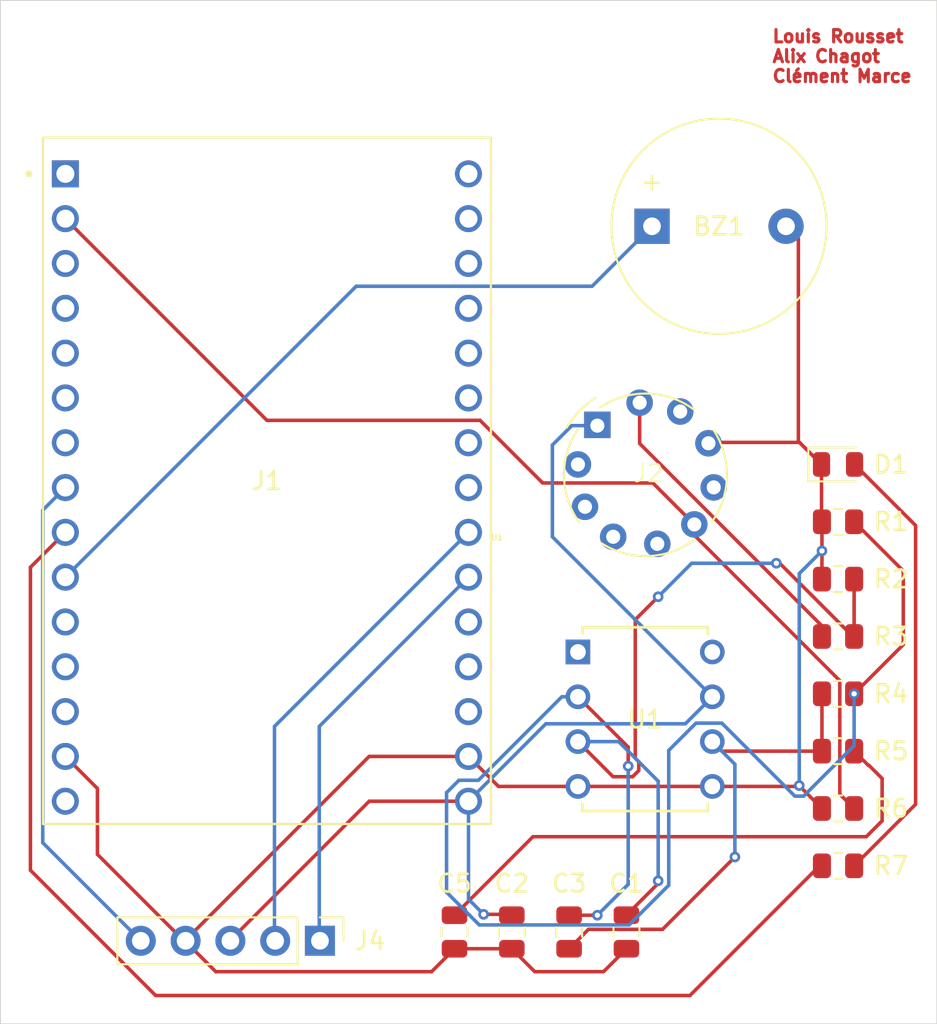
<source format=kicad_pcb>
(kicad_pcb (version 20240108) (generator "pcbnew") (generator_version "8.0")
  (layers (0 "F.Cu" signal) (31 "B.Cu" signal) (34 "B.Paste" user) (35 "F.Paste" user) (36 "B.SilkS" user "B.Silkscreen") (37 "F.SilkS" user "F.Silkscreen") (38 "B.Mask" user) (39 "F.Mask" user) (44 "Edge.Cuts" user))
  (net 0 "")
  (net 1 "GND")
  (net 2 "Net-(BZ1-+)")
  (net 3 "Net-(U1-IN+)")
  (net 4 "Net-(J1-Pin_30)")
  (net 5 "Net-(U1-IN-)")
  (net 6 "Net-(U1-OUT)")
  (net 7 "Net-(C5-Pad2)")
  (net 8 "Net-(D1-A)")
  (net 18 "Net-(J1-Pin_2)")
  (net 22 "Net-(J1-Pin_25)")
  (net 30 "Net-(J1-Pin_9)")
  (net 33 "Net-(J1-Pin_24)")
  (net 39 "Net-(J2-Pin_2)")
  (net 43 "Net-(J1-Pin_8)")
  (footprint "Capacitor_SMD:C_0805_2012Metric" (layer "F.Cu") (at 76.25 93 90)
    (property "Reference" "C5" (at 2.75 0 0) (layer "F.SilkS"))
    (property "Value" "100n" (hide yes))
    (fp_line (start -0.261252 -0.735) (end 0.261252 -0.735) (stroke (width 0.12)) (layer "F.SilkS"))
    (fp_line (start -0.261252 0.735) (end 0.261252 0.735) (stroke (width 0.12)) (layer "F.SilkS"))
    (pad "1" smd roundrect (at -0.95 0 90) (size 1 1.45) (layers "F.Cu" "F.Paste" "F.Mask") (net 1 "GND"))
    (pad "2" smd roundrect (at 0.95 0 90) (size 1 1.45) (layers "F.Cu" "F.Paste" "F.Mask") (net 7 "Net-(C5-Pad2)"))
  )
  (footprint "Resistor_SMD:R_0805_2012Metric" (layer "F.Cu") (at 98 73 180)
    (property "Reference" "R2" (at -3 0 0) (layer "F.SilkS"))
    (property "Value" "100k" (hide yes))
    (fp_line (start -0.227064 0.735) (end 0.227064 0.735) (stroke (width 0.12)) (layer "F.SilkS"))
    (fp_line (start -0.227064 -0.735) (end 0.227064 -0.735) (stroke (width 0.12)) (layer "F.SilkS"))
    (pad "1" smd roundrect (at -0.9125 0 180) (size 1.025 1.4) (layers "F.Cu" "F.Paste" "F.Mask") (roundrect_rratio 0.243902) (net 3 "Net-(U1-IN+)"))
    (pad "2" smd roundrect (at 0.9125 0 180) (size 1.025 1.4) (layers "F.Cu" "F.Paste" "F.Mask") (roundrect_rratio 0.243902) (net 1 "GND"))
  )
  (footprint "PCB:PDIP-8_N" (layer "F.Cu") (at 90.87 84.75)
    (property "Reference" "U1" (at -12.208 -14.108 0) (layer "F.SilkS") (effects (font (size 0.314961 0.314961))))
    (property "Value" "LTC1050ACN8_PBF" (hide yes))
    (fp_line (start -7.366 -9.017) (end -7.366 -8.6614) (stroke (width 0.1524)) (layer "F.SilkS"))
    (fp_line (start -7.366 0.9906) (end -7.366 1.397) (stroke (width 0.1524)) (layer "F.SilkS"))
    (fp_line (start -7.366 1.397) (end -0.254 1.397) (stroke (width 0.1524)) (layer "F.SilkS"))
    (fp_line (start -0.254 -9.017) (end -7.366 -9.017) (stroke (width 0.1524)) (layer "F.SilkS"))
    (fp_line (start -0.254 -8.6106) (end -0.254 -9.017) (stroke (width 0.1524)) (layer "F.SilkS"))
    (fp_line (start -0.254 1.397) (end -0.254 0.9906) (stroke (width 0.1524)) (layer "F.SilkS"))
    (pad "1" thru_hole rect (at -7.62 -7.62) (size 1.397 1.397) (drill 0.889) (layers "*.Cu" "*.Mask"))
    (pad "2" thru_hole circle (at -7.62 -5.08) (size 1.397 1.397) (drill 0.889) (layers "*.Cu" "*.Mask") (net 5 "Net-(U1-IN-)"))
    (pad "3" thru_hole circle (at -7.62 -2.54) (size 1.397 1.397) (drill 0.889) (layers "*.Cu" "*.Mask") (net 3 "Net-(U1-IN+)"))
    (pad "4" thru_hole circle (at -7.62 0) (size 1.397 1.397) (drill 0.889) (layers "*.Cu" "*.Mask") (net 1 "GND"))
    (pad "5" thru_hole circle (at 0 0) (size 1.397 1.397) (drill 0.889) (layers "*.Cu" "*.Mask") (net 1 "GND"))
    (pad "6" thru_hole circle (at 0 -2.54) (size 1.397 1.397) (drill 0.889) (layers "*.Cu" "*.Mask") (net 6 "Net-(U1-OUT)"))
    (pad "7" thru_hole circle (at 0 -5.08) (size 1.397 1.397) (drill 0.889) (layers "*.Cu" "*.Mask") (net 4 "Net-(J1-Pin_30)"))
    (pad "8" thru_hole circle (at 0 -7.62) (size 1.397 1.397) (drill 0.889) (layers "*.Cu" "*.Mask"))
  )
  (footprint "Resistor_SMD:R_0805_2012Metric" (layer "F.Cu") (at 98 89.25)
    (property "Reference" "R7" (at 3 0 0) (layer "F.SilkS"))
    (property "Value" "100" (hide yes))
    (fp_line (start -0.227064 -0.735) (end 0.227064 -0.735) (stroke (width 0.12)) (layer "F.SilkS"))
    (fp_line (start -0.227064 0.735) (end 0.227064 0.735) (stroke (width 0.12)) (layer "F.SilkS"))
    (pad "1" smd roundrect (at -0.9125 0) (size 1.025 1.4) (layers "F.Cu" "F.Paste" "F.Mask") (roundrect_rratio 0.243902) (net 30 "Net-(J1-Pin_9)"))
    (pad "2" smd roundrect (at 0.9125 0) (size 1.025 1.4) (layers "F.Cu" "F.Paste" "F.Mask") (roundrect_rratio 0.243902) (net 8 "Net-(D1-A)"))
  )
  (footprint "2:GazSensor" (layer "F.Cu") (at 87.25 67)
    (property "Reference" "J2" (at 0 0 0) (layer "F.SilkS") (effects (font (thickness 0.1))))
    (property "Value" "Pin Capteur")
    (fp_arc (start -4.625056 -2.597648) (mid -3.91663 -3.52111) (end -3.020569 -4.263891) (stroke (width 0.12)) (layer "F.SilkS"))
    (fp_arc (start -3.920569 2.786109) (mid -4.790924 0.155536) (end -4 -2.5) (stroke (width 0.12)) (layer "F.SilkS"))
    (fp_arc (start -2.770569 -3.713891) (mid -0.075463 -4.517254) (end 2.584162 -3.603262) (stroke (width 0.12)) (layer "F.SilkS"))
    (fp_arc (start 2.579431 3.786109) (mid -0.0134 4.693472) (end -2.662036 3.964909) (stroke (width 0.12)) (layer "F.SilkS"))
    (fp_arc (start 3.679431 -2.463891) (mid 4.446452 0.176207) (end 3.577015 2.78437) (stroke (width 0.12)) (layer "F.SilkS"))
    (pad "1" thru_hole rect (at -2.9 -2.7) (size 1.5 1.5) (drill 0.8 (offset 0.000001 -0.043053)) (layers "*.Cu" "*.Mask") (net 4 "Net-(J1-Pin_30)"))
    (pad "2" thru_hole oval (at -0.5 -4) (size 1.5 1.5) (drill 0.8) (layers "*.Cu" "*.Mask") (net 39 "Net-(J2-Pin_2)"))
    (pad "3" thru_hole oval (at 1.8 -3.5) (size 1.5 1.5) (drill 0.8) (layers "*.Cu" "*.Mask"))
    (pad "4" thru_hole oval (at 3.4 -1.7) (size 1.5 1.5) (drill 0.8) (layers "*.Cu" "*.Mask") (net 1 "GND"))
    (pad "5" thru_hole oval (at 3.7 0.8) (size 1.5 1.5) (drill 0.8) (layers "*.Cu" "*.Mask"))
    (pad "6" thru_hole oval (at 2.6 2.9) (size 1.5 1.5) (drill 0.8) (layers "*.Cu" "*.Mask") (net 18 "Net-(J1-Pin_2)"))
    (pad "7" thru_hole oval (at 0.5 4) (size 1.5 1.5) (drill 0.8) (layers "*.Cu" "*.Mask"))
    (pad "8" thru_hole oval (at -2 3.6) (size 1.5 1.5) (drill 0.8) (layers "*.Cu" "*.Mask"))
    (pad "9" thru_hole oval (at -3.6 1.9) (size 1.5 1.5) (drill 0.8) (layers "*.Cu" "*.Mask"))
    (pad "10" thru_hole oval (at -4 -0.5) (size 1.5 1.5) (drill 0.8) (layers "*.Cu" "*.Mask"))
  )
  (footprint "Resistor_SMD:R_0805_2012Metric" (layer "F.Cu") (at 98 69.75 180)
    (property "Reference" "R1" (at -3 0 0) (layer "F.SilkS"))
    (property "Value" "1k" (hide yes))
    (fp_line (start -0.227064 0.735) (end 0.227064 0.735) (stroke (width 0.12)) (layer "F.SilkS"))
    (fp_line (start -0.227064 -0.735) (end 0.227064 -0.735) (stroke (width 0.12)) (layer "F.SilkS"))
    (pad "1" smd roundrect (at -0.9125 0 180) (size 1.025 1.4) (layers "F.Cu" "F.Paste" "F.Mask") (roundrect_rratio 0.243902) (net 5 "Net-(U1-IN-)"))
    (pad "2" smd roundrect (at 0.9125 0 180) (size 1.025 1.4) (layers "F.Cu" "F.Paste" "F.Mask") (roundrect_rratio 0.243902) (net 1 "GND"))
  )
  (footprint "Capacitor_SMD:C_0805_2012Metric" (layer "F.Cu") (at 79.5 93 90)
    (property "Reference" "C2" (at 2.75 0 0) (layer "F.SilkS"))
    (property "Value" "100n" (hide yes))
    (fp_line (start -0.261252 -0.735) (end 0.261252 -0.735) (stroke (width 0.12)) (layer "F.SilkS"))
    (fp_line (start -0.261252 0.735) (end 0.261252 0.735) (stroke (width 0.12)) (layer "F.SilkS"))
    (pad "1" smd roundrect (at -0.95 0 90) (size 1 1.45) (layers "F.Cu" "F.Paste" "F.Mask") (net 1 "GND"))
    (pad "2" smd roundrect (at 0.95 0 90) (size 1 1.45) (layers "F.Cu" "F.Paste" "F.Mask") (net 4 "Net-(J1-Pin_30)"))
  )
  (footprint "LED_SMD:LED_0805_2012Metric" (layer "F.Cu") (at 98 66.5)
    (property "Reference" "D1" (at 3 0 0) (layer "F.SilkS"))
    (property "Value" "LED" (hide yes))
    (fp_line (start -1.685 -0.96) (end -1.685 0.96) (stroke (width 0.12)) (layer "F.SilkS"))
    (fp_line (start -1.685 0.96) (end 1 0.96) (stroke (width 0.12)) (layer "F.SilkS"))
    (fp_line (start 1 -0.96) (end -1.685 -0.96) (stroke (width 0.12)) (layer "F.SilkS"))
    (pad "1" smd roundrect (at -0.9375 0) (size 0.975 1.4) (layers "F.Cu" "F.Paste" "F.Mask") (net 1 "GND"))
    (pad "2" smd roundrect (at 0.9375 0) (size 0.975 1.4) (layers "F.Cu" "F.Paste" "F.Mask") (net 8 "Net-(D1-A)"))
  )
  (footprint "PCB:XCVR_ESP32-C3-DEVKITM-1" (layer "F.Cu") (at 65.6125 67.4239)
    (property "Reference" "J1" (at 0 0 0) (layer "F.SilkS"))
    (property "Value" "Pin ESP")
    (fp_line (start -12.7 -19.455) (end 12.7 -19.455) (stroke (width 0.127)) (layer "F.SilkS"))
    (fp_line (start -12.7 19.455) (end -12.7 -19.455) (stroke (width 0.127)) (layer "F.SilkS"))
    (fp_line (start 12.7 -19.455) (end 12.7 19.455) (stroke (width 0.127)) (layer "F.SilkS"))
    (fp_line (start 12.7 19.455) (end -12.7 19.455) (stroke (width 0.127)) (layer "F.SilkS"))
    (fp_circle (center -13.5 -17.4) (end -13.4 -17.4) (stroke (width 0.2)) (fill none) (layer "F.SilkS"))
    (pad "1" thru_hole rect (at -11.43 -17.395) (size 1.53 1.53) (drill 1.02) (layers "*.Cu" "*.Mask"))
    (pad "2" thru_hole circle (at -11.43 -14.855) (size 1.53 1.53) (drill 1.02) (layers "*.Cu" "*.Mask") (net 18 "Net-(J1-Pin_2)"))
    (pad "3" thru_hole circle (at -11.43 -12.315) (size 1.53 1.53) (drill 1.02) (layers "*.Cu" "*.Mask"))
    (pad "4" thru_hole circle (at -11.43 -9.775) (size 1.53 1.53) (drill 1.02) (layers "*.Cu" "*.Mask"))
    (pad "5" thru_hole circle (at -11.43 -7.235) (size 1.53 1.53) (drill 1.02) (layers "*.Cu" "*.Mask"))
    (pad "6" thru_hole circle (at -11.43 -4.695) (size 1.53 1.53) (drill 1.02) (layers "*.Cu" "*.Mask"))
    (pad "7" thru_hole circle (at -11.43 -2.155) (size 1.53 1.53) (drill 1.02) (layers "*.Cu" "*.Mask"))
    (pad "8" thru_hole circle (at -11.43 0.385) (size 1.53 1.53) (drill 1.02) (layers "*.Cu" "*.Mask") (net 43 "Net-(J1-Pin_8)"))
    (pad "9" thru_hole circle (at -11.43 2.925) (size 1.53 1.53) (drill 1.02) (layers "*.Cu" "*.Mask") (net 30 "Net-(J1-Pin_9)"))
    (pad "10" thru_hole circle (at -11.43 5.465) (size 1.53 1.53) (drill 1.02) (layers "*.Cu" "*.Mask") (net 2 "Net-(BZ1-+)"))
    (pad "11" thru_hole circle (at -11.43 8.005) (size 1.53 1.53) (drill 1.02) (layers "*.Cu" "*.Mask"))
    (pad "12" thru_hole circle (at -11.43 10.545) (size 1.53 1.53) (drill 1.02) (layers "*.Cu" "*.Mask"))
    (pad "13" thru_hole circle (at -11.43 13.085) (size 1.53 1.53) (drill 1.02) (layers "*.Cu" "*.Mask"))
    (pad "14" thru_hole circle (at -11.43 15.625) (size 1.53 1.53) (drill 1.02) (layers "*.Cu" "*.Mask") (net 1 "GND"))
    (pad "15" thru_hole circle (at -11.43 18.165) (size 1.53 1.53) (drill 1.02) (layers "*.Cu" "*.Mask"))
    (pad "16" thru_hole circle (at 11.43 -17.395) (size 1.53 1.53) (drill 1.02) (layers "*.Cu" "*.Mask"))
    (pad "17" thru_hole circle (at 11.43 -14.855) (size 1.53 1.53) (drill 1.02) (layers "*.Cu" "*.Mask"))
    (pad "18" thru_hole circle (at 11.43 -12.315) (size 1.53 1.53) (drill 1.02) (layers "*.Cu" "*.Mask"))
    (pad "19" thru_hole circle (at 11.43 -9.775) (size 1.53 1.53) (drill 1.02) (layers "*.Cu" "*.Mask"))
    (pad "20" thru_hole circle (at 11.43 -7.235) (size 1.53 1.53) (drill 1.02) (layers "*.Cu" "*.Mask"))
    (pad "21" thru_hole circle (at 11.43 -4.695) (size 1.53 1.53) (drill 1.02) (layers "*.Cu" "*.Mask"))
    (pad "22" thru_hole circle (at 11.43 -2.155) (size 1.53 1.53) (drill 1.02) (layers "*.Cu" "*.Mask"))
    (pad "23" thru_hole circle (at 11.43 0.385) (size 1.53 1.53) (drill 1.02) (layers "*.Cu" "*.Mask"))
    (pad "24" thru_hole circle (at 11.43 2.925) (size 1.53 1.53) (drill 1.02) (layers "*.Cu" "*.Mask") (net 33 "Net-(J1-Pin_24)"))
    (pad "25" thru_hole circle (at 11.43 5.465) (size 1.53 1.53) (drill 1.02) (layers "*.Cu" "*.Mask") (net 22 "Net-(J1-Pin_25)"))
    (pad "26" thru_hole circle (at 11.43 8.005) (size 1.53 1.53) (drill 1.02) (layers "*.Cu" "*.Mask"))
    (pad "27" thru_hole circle (at 11.43 10.545) (size 1.53 1.53) (drill 1.02) (layers "*.Cu" "*.Mask"))
    (pad "28" thru_hole circle (at 11.43 13.085) (size 1.53 1.53) (drill 1.02) (layers "*.Cu" "*.Mask"))
    (pad "29" thru_hole circle (at 11.43 15.625) (size 1.53 1.53) (drill 1.02) (layers "*.Cu" "*.Mask") (net 1 "GND"))
    (pad "30" thru_hole circle (at 11.43 18.165) (size 1.53 1.53) (drill 1.02) (layers "*.Cu" "*.Mask") (net 4 "Net-(J1-Pin_30)"))
  )
  (footprint "Capacitor_SMD:C_0805_2012Metric" (layer "F.Cu") (at 86 93 90)
    (property "Reference" "C1" (at 2.75 0 0) (layer "F.SilkS"))
    (property "Value" "100n" (hide yes))
    (fp_line (start -0.261252 -0.735) (end 0.261252 -0.735) (stroke (width 0.12)) (layer "F.SilkS"))
    (fp_line (start -0.261252 0.735) (end 0.261252 0.735) (stroke (width 0.12)) (layer "F.SilkS"))
    (pad "1" smd roundrect (at -0.95 0 90) (size 1 1.45) (layers "F.Cu" "F.Paste" "F.Mask") (net 1 "GND"))
    (pad "2" smd roundrect (at 0.95 0 90) (size 1 1.45) (layers "F.Cu" "F.Paste" "F.Mask") (net 3 "Net-(U1-IN+)"))
  )
  (footprint "Capacitor_SMD:C_0805_2012Metric" (layer "F.Cu") (at 82.75 93 90)
    (property "Reference" "C3" (at 2.75 0 0) (layer "F.SilkS"))
    (property "Value" "1u" (hide yes))
    (fp_line (start -0.261252 -0.735) (end 0.261252 -0.735) (stroke (width 0.12)) (layer "F.SilkS"))
    (fp_line (start -0.261252 0.735) (end 0.261252 0.735) (stroke (width 0.12)) (layer "F.SilkS"))
    (pad "1" smd roundrect (at -0.95 0 90) (size 1 1.45) (layers "F.Cu" "F.Paste" "F.Mask") (net 6 "Net-(U1-OUT)"))
    (pad "2" smd roundrect (at 0.95 0 90) (size 1 1.45) (layers "F.Cu" "F.Paste" "F.Mask") (net 5 "Net-(U1-IN-)"))
  )
  (footprint "Resistor_SMD:R_0805_2012Metric" (layer "F.Cu") (at 98 76.25 180)
    (property "Reference" "R3" (at -3 0 0) (layer "F.SilkS"))
    (property "Value" "10k" (hide yes))
    (fp_line (start -0.227064 0.735) (end 0.227064 0.735) (stroke (width 0.12)) (layer "F.SilkS"))
    (fp_line (start -0.227064 -0.735) (end 0.227064 -0.735) (stroke (width 0.12)) (layer "F.SilkS"))
    (pad "1" smd roundrect (at -0.9125 0 180) (size 1.025 1.4) (layers "F.Cu" "F.Paste" "F.Mask") (roundrect_rratio 0.243902) (net 3 "Net-(U1-IN+)"))
    (pad "2" smd roundrect (at 0.9125 0 180) (size 1.025 1.4) (layers "F.Cu" "F.Paste" "F.Mask") (roundrect_rratio 0.243902) (net 39 "Net-(J2-Pin_2)"))
  )
  (footprint "Connector_PinHeader_2.54mm:PinHeader_1x05_P2.54mm_Vertical" (layer "F.Cu") (at 68.62 93.5 -90)
    (property "Reference" "J4" (at 0 -2.84 180) (layer "F.SilkS"))
    (property "Value" "Pin LoRa")
    (fp_line (start -1.33 11.49) (end 1.33 11.49) (stroke (width 0.12)) (layer "F.SilkS"))
    (fp_line (start -1.33 1.27) (end -1.33 11.49) (stroke (width 0.12)) (layer "F.SilkS"))
    (fp_line (start -1.33 1.27) (end 1.33 1.27) (stroke (width 0.12)) (layer "F.SilkS"))
    (fp_line (start 1.33 1.27) (end 1.33 11.49) (stroke (width 0.12)) (layer "F.SilkS"))
    (fp_line (start -1.33 0) (end -1.33 -1.33) (stroke (width 0.12)) (layer "F.SilkS"))
    (fp_line (start -1.33 -1.33) (end 0 -1.33) (stroke (width 0.12)) (layer "F.SilkS"))
    (pad "1" thru_hole rect (at 0 0 270) (size 1.7 1.7) (drill 1) (layers "*.Cu" "*.Mask") (net 22 "Net-(J1-Pin_25)"))
    (pad "2" thru_hole oval (at 0 2.54 270) (size 1.7 1.7) (drill 1) (layers "*.Cu" "*.Mask") (net 33 "Net-(J1-Pin_24)"))
    (pad "3" thru_hole oval (at 0 5.08 270) (size 1.7 1.7) (drill 1) (layers "*.Cu" "*.Mask") (net 4 "Net-(J1-Pin_30)"))
    (pad "4" thru_hole oval (at 0 7.62 270) (size 1.7 1.7) (drill 1) (layers "*.Cu" "*.Mask") (net 1 "GND"))
    (pad "5" thru_hole oval (at 0 10.16 270) (size 1.7 1.7) (drill 1) (layers "*.Cu" "*.Mask") (net 43 "Net-(J1-Pin_8)"))
  )
  (footprint "Resistor_SMD:R_0805_2012Metric" (layer "F.Cu") (at 98 82.75)
    (property "Reference" "R5" (at 3 0 0) (layer "F.SilkS"))
    (property "Value" "1k" (hide yes))
    (fp_line (start -0.227064 -0.735) (end 0.227064 -0.735) (stroke (width 0.12)) (layer "F.SilkS"))
    (fp_line (start -0.227064 0.735) (end 0.227064 0.735) (stroke (width 0.12)) (layer "F.SilkS"))
    (pad "1" smd roundrect (at -0.9125 0) (size 1.025 1.4) (layers "F.Cu" "F.Paste" "F.Mask") (roundrect_rratio 0.243902) (net 6 "Net-(U1-OUT)"))
    (pad "2" smd roundrect (at 0.9125 0) (size 1.025 1.4) (layers "F.Cu" "F.Paste" "F.Mask") (roundrect_rratio 0.243902) (net 7 "Net-(C5-Pad2)"))
  )
  (footprint "Resistor_SMD:R_0805_2012Metric" (layer "F.Cu") (at 98 79.5 180)
    (property "Reference" "R4" (at -3 0 0) (layer "F.SilkS"))
    (property "Value" "100k" (hide yes))
    (fp_line (start -0.227064 0.735) (end 0.227064 0.735) (stroke (width 0.12)) (layer "F.SilkS"))
    (fp_line (start -0.227064 -0.735) (end 0.227064 -0.735) (stroke (width 0.12)) (layer "F.SilkS"))
    (pad "1" smd roundrect (at -0.9125 0 180) (size 1.025 1.4) (layers "F.Cu" "F.Paste" "F.Mask") (roundrect_rratio 0.243902) (net 5 "Net-(U1-IN-)"))
    (pad "2" smd roundrect (at 0.9125 0 180) (size 1.025 1.4) (layers "F.Cu" "F.Paste" "F.Mask") (roundrect_rratio 0.243902) (net 6 "Net-(U1-OUT)"))
  )
  (footprint "Buzzer_Beeper:Buzzer_12x9.5RM7.6" (layer "F.Cu") (at 87.45 53)
    (property "Reference" "BZ1" (at 3.8 0 0) (layer "F.SilkS"))
    (property "Value" "Buzzer")
    (fp_circle (center 3.8 0) (end 9.9 0) (stroke (width 0.12)) (fill none) (layer "F.SilkS"))
    (fp_text user "+" (at -0.01 -2.54 0) (layer "F.SilkS"))
    (pad "1" thru_hole rect (at 0 0) (size 2 2) (drill 1) (layers "*.Cu" "*.Mask") (net 2 "Net-(BZ1-+)"))
    (pad "2" thru_hole circle (at 7.6 0) (size 2 2) (drill 1) (layers "*.Cu" "*.Mask") (net 1 "GND"))
  )
  (footprint "Resistor_SMD:R_0805_2012Metric" (layer "F.Cu") (at 98 86 180)
    (property "Reference" "R6" (at -3 0 0) (layer "F.SilkS"))
    (property "Value" "1k" (hide yes))
    (fp_line (start -0.227064 0.735) (end 0.227064 0.735) (stroke (width 0.12)) (layer "F.SilkS"))
    (fp_line (start -0.227064 -0.735) (end 0.227064 -0.735) (stroke (width 0.12)) (layer "F.SilkS"))
    (pad "1" smd roundrect (at -0.9125 0 180) (size 1.025 1.4) (layers "F.Cu" "F.Paste" "F.Mask") (roundrect_rratio 0.243902) (net 18 "Net-(J1-Pin_2)"))
    (pad "2" smd roundrect (at 0.9125 0 180) (size 1.025 1.4) (layers "F.Cu" "F.Paste" "F.Mask") (roundrect_rratio 0.243902) (net 1 "GND"))
  )
  (gr_rect (start 50.5 40.2) (end 103.603867 98.203867) (stroke (width 0.05)) (fill none) (layer "Edge.Cuts"))
  (gr_text "Louis Rousset\nAlix Chagot\nClément Marce" (at 94.2 44.9 0) (layer "F.Cu") (effects (font (size 0.7 0.7) (thickness 0.175) (bold yes)) (justify left bottom)))
  (gr_text "U1" (at 87.06 80.94 0) (layer "F.SilkS") (effects (font (size 1 1))))
  (segment (start 74.95 95.25) (end 62.71 95.25) (width 0.2) (layer "F.Cu") (net 1))
  (segment (start 62.71 95.25) (end 60.96 93.5) (width 0.2) (layer "F.Cu") (net 1))
  (segment (start 86 93.95) (end 84.7 95.25) (width 0.2) (layer "F.Cu") (net 1))
  (segment (start 76.25 93.95) (end 74.95 95.25) (width 0.2) (layer "F.Cu") (net 1))
  (segment (start 90.87 84.75) (end 95.8375 84.75) (width 0.2) (layer "F.Cu") (net 1))
  (segment (start 95.75 53.7) (end 95.75 65.1875) (width 0.2) (layer "F.Cu") (net 1))
  (segment (start 84.7 95.25) (end 80.8 95.25) (width 0.2) (layer "F.Cu") (net 1))
  (segment (start 54.1825 83.0489) (end 56 84.8664) (width 0.2) (layer "F.Cu") (net 1))
  (segment (start 90.7 65.25) (end 90.65 65.3) (width 0.2) (layer "F.Cu") (net 1))
  (segment (start 56 88.6) (end 60.9 93.5) (width 0.2) (layer "F.Cu") (net 1))
  (segment (start 95.8125 65.25) (end 90.7 65.25) (width 0.2) (layer "F.Cu") (net 1))
  (segment (start 95.8375 84.75) (end 97.0875 86) (width 0.2) (layer "F.Cu") (net 1))
  (segment (start 80.8 95.25) (end 79.5 93.95) (width 0.2) (layer "F.Cu") (net 1))
  (segment (start 83.25 84.75) (end 78.7436 84.75) (width 0.2) (layer "F.Cu") (net 1))
  (segment (start 95.75 65.1875) (end 97.0625 66.5) (width 0.2) (layer "F.Cu") (net 1))
  (segment (start 97.0625 69.3125) (end 97.0625 66.5) (width 0.2) (layer "F.Cu") (net 1))
  (segment (start 71.4111 83.0489) (end 77.0425 83.0489) (width 0.2) (layer "F.Cu") (net 1))
  (segment (start 56 84.8664) (end 56 88.6) (width 0.2) (layer "F.Cu") (net 1))
  (segment (start 97.0625 66.5) (end 95.8125 65.25) (width 0.2) (layer "F.Cu") (net 1))
  (segment (start 97.0875 73) (end 97.0875 71.4) (width 0.2) (layer "F.Cu") (net 1))
  (segment (start 97.0875 69.75) (end 97.0875 69.3375) (width 0.2) (layer "F.Cu") (net 1))
  (segment (start 90.87 84.75) (end 83.25 84.75) (width 0.2) (layer "F.Cu") (net 1))
  (segment (start 97.0875 71.4) (end 97.0875 69.75) (width 0.2) (layer "F.Cu") (net 1))
  (segment (start 97.0875 69.3375) (end 97.0625 69.3125) (width 0.2) (layer "F.Cu") (net 1))
  (segment (start 60.96 93.5) (end 71.4111 83.0489) (width 0.2) (layer "F.Cu") (net 1))
  (segment (start 95.05 53) (end 95.75 53.7) (width 0.2) (layer "F.Cu") (net 1))
  (segment (start 76.25 93.95) (end 79.5 93.95) (width 0.2) (layer "F.Cu") (net 1))
  (segment (start 60.9 93.5) (end 60.96 93.5) (width 0.2) (layer "F.Cu") (net 1))
  (segment (start 78.7436 84.75) (end 77.0425 83.0489) (width 0.2) (layer "F.Cu") (net 1))
  (via (at 95.8 84.7) (size 0.6) (drill 0.3) (layers "F.Cu" "B.Cu") (net 1))
  (via (at 97.0875 71.4) (size 0.6) (drill 0.3) (layers "F.Cu" "B.Cu") (net 1))
  (segment (start 95.8 72.6875) (end 95.8 84.7) (width 0.2) (layer "B.Cu") (net 1))
  (segment (start 97.0875 71.4) (end 95.8 72.6875) (width 0.2) (layer "B.Cu") (net 1))
  (segment (start 95.8 84.7) (end 95.8 84.8) (width 0.2) (layer "B.Cu") (net 1))
  (segment (start 54.1825 72.8889) (end 70.6714 56.4) (width 0.2) (layer "B.Cu") (net 2))
  (segment (start 70.6714 56.4) (end 84.05 56.4) (width 0.2) (layer "B.Cu") (net 2))
  (segment (start 84.05 56.4) (end 87.45 53) (width 0.2) (layer "B.Cu") (net 2))
  (segment (start 86.348529 84.2) (end 85.24 84.2) (width 0.2) (layer "F.Cu") (net 3))
  (segment (start 87.8 90.1) (end 87.8 90.25) (width 0.2) (layer "F.Cu") (net 3))
  (segment (start 86.7 83.351471) (end 86.7 83.848529) (width 0.2) (layer "F.Cu") (net 3))
  (segment (start 87.8 90.25) (end 86 92.05) (width 0.2) (layer "F.Cu") (net 3))
  (segment (start 98.9125 73) (end 98.9125 76.25) (width 0.2) (layer "F.Cu") (net 3))
  (segment (start 94.690256 72.1) (end 94.5 72.1) (width 0.2) (layer "F.Cu") (net 3))
  (segment (start 86.5 83.151471) (end 86.7 83.351471) (width 0.2) (layer "F.Cu") (net 3))
  (segment (start 86.7 83.848529) (end 86.348529 84.2) (width 0.2) (layer "F.Cu") (net 3))
  (segment (start 98.9125 76.25) (end 98.840256 76.25) (width 0.2) (layer "F.Cu") (net 3))
  (segment (start 87.8 74) (end 86.5 75.3) (width 0.2) (layer "F.Cu") (net 3))
  (segment (start 85.24 84.2) (end 83.25 82.21) (width 0.2) (layer "F.Cu") (net 3))
  (segment (start 98.840256 76.25) (end 94.690256 72.1) (width 0.2) (layer "F.Cu") (net 3))
  (segment (start 86.5 75.3) (end 86.5 83.151471) (width 0.2) (layer "F.Cu") (net 3))
  (via (at 87.8 74) (size 0.6) (drill 0.3) (layers "F.Cu" "B.Cu") (net 3))
  (via (at 94.5 72.1) (size 0.6) (drill 0.3) (layers "F.Cu" "B.Cu") (net 3))
  (via (at 87.8 90.1) (size 0.6) (drill 0.3) (layers "F.Cu" "B.Cu") (net 3))
  (segment (start 94.5 72.1) (end 89.7 72.1) (width 0.2) (layer "B.Cu") (net 3))
  (segment (start 89.7 72.1) (end 87.8 74) (width 0.2) (layer "B.Cu") (net 3))
  (segment (start 85.558529 82.21) (end 87.8 84.451471) (width 0.2) (layer "B.Cu") (net 3))
  (segment (start 83.25 82.21) (end 85.558529 82.21) (width 0.2) (layer "B.Cu") (net 3))
  (segment (start 87.8 84.451471) (end 87.8 90.1) (width 0.2) (layer "B.Cu") (net 3))
  (segment (start 77.9 92) (end 79.45 92) (width 0.2) (layer "F.Cu") (net 4))
  (segment (start 71.4111 85.5889) (end 77.0425 85.5889) (width 0.2) (layer "F.Cu") (net 4))
  (segment (start 63.5 93.5) (end 71.4111 85.5889) (width 0.2) (layer "F.Cu") (net 4))
  (segment (start 79.45 92) (end 79.5 92.05) (width 0.2) (layer "F.Cu") (net 4))
  (via (at 77.9 92) (size 0.6) (drill 0.3) (layers "F.Cu" "B.Cu") (net 4))
  (segment (start 77.0425 85.5889) (end 81.4314 81.2) (width 0.2) (layer "B.Cu") (net 4))
  (segment (start 81.4314 81.2) (end 89.34 81.2) (width 0.2) (layer "B.Cu") (net 4))
  (segment (start 89.34 81.2) (end 90.87 79.67) (width 0.2) (layer "B.Cu") (net 4))
  (segment (start 77.0425 91.1425) (end 77.9 92) (width 0.2) (layer "B.Cu") (net 4))
  (segment (start 81.8 65.4) (end 81.8 70.6) (width 0.2) (layer "B.Cu") (net 4))
  (segment (start 77.0425 85.5889) (end 77.0425 91.1425) (width 0.2) (layer "B.Cu") (net 4))
  (segment (start 81.8 70.6) (end 90.87 79.67) (width 0.2) (layer "B.Cu") (net 4))
  (segment (start 84.35 64.3) (end 82.9 64.3) (width 0.2) (layer "B.Cu") (net 4))
  (segment (start 82.9 64.3) (end 81.8 65.4) (width 0.2) (layer "B.Cu") (net 4))
  (segment (start 83.25 79.67) (end 86.1 82.52) (width 0.2) (layer "F.Cu") (net 5))
  (segment (start 98.9125 69.75) (end 101.7 72.5375) (width 0.2) (layer "F.Cu") (net 5))
  (segment (start 101.7 72.5375) (end 101.7 76.7125) (width 0.2) (layer "F.Cu") (net 5))
  (segment (start 86.1 82.52) (end 86.1 83.6) (width 0.2) (layer "F.Cu") (net 5))
  (segment (start 84.35 92.05) (end 82.75 92.05) (width 0.2) (layer "F.Cu") (net 5))
  (segment (start 101.7 76.7125) (end 98.9125 79.5) (width 0.2) (layer "F.Cu") (net 5))
  (via (at 86.1 83.6) (size 0.6) (drill 0.3) (layers "F.Cu" "B.Cu") (net 5))
  (via (at 98.9125 79.5) (size 0.6) (drill 0.3) (layers "F.Cu" "B.Cu") (net 5))
  (via (at 84.35 92.05) (size 0.6) (drill 0.3) (layers "F.Cu" "B.Cu") (net 5))
  (segment (start 86.148529 92.6) (end 77.651471 92.6) (width 0.2) (layer "B.Cu") (net 5))
  (segment (start 95.551471 85.3) (end 91.413925 81.162454) (width 0.2) (layer "B.Cu") (net 5))
  (segment (start 84.35 92.05) (end 84.3 92.1) (width 0.2) (layer "B.Cu") (net 5))
  (segment (start 88.4 90.348529) (end 86.148529 92.6) (width 0.2) (layer "B.Cu") (net 5))
  (segment (start 88.4 82.705686) (end 88.4 90.348529) (width 0.2) (layer "B.Cu") (net 5))
  (segment (start 96.048529 85.3) (end 95.551471 85.3) (width 0.2) (layer "B.Cu") (net 5))
  (segment (start 86.1 83.6) (end 86.1 90.3) (width 0.2) (layer "B.Cu") (net 5))
  (segment (start 75.8 85.1) (end 76.5 84.4) (width 0.2) (layer "B.Cu") (net 5))
  (segment (start 98.9125 82.436029) (end 96.048529 85.3) (width 0.2) (layer "B.Cu") (net 5))
  (segment (start 77.651471 92.6) (end 75.8 90.748529) (width 0.2) (layer "B.Cu") (net 5))
  (segment (start 76.5 84.4) (end 77.607538 84.4) (width 0.2) (layer "B.Cu") (net 5))
  (segment (start 77.607538 84.4) (end 82.337538 79.67) (width 0.2) (layer "B.Cu") (net 5))
  (segment (start 82.337538 79.67) (end 83.25 79.67) (width 0.2) (layer "B.Cu") (net 5))
  (segment (start 75.8 90.748529) (end 75.8 85.1) (width 0.2) (layer "B.Cu") (net 5))
  (segment (start 91.413925 81.162454) (end 89.943232 81.162454) (width 0.2) (layer "B.Cu") (net 5))
  (segment (start 98.9125 79.5) (end 98.9125 82.436029) (width 0.2) (layer "B.Cu") (net 5))
  (segment (start 89.943232 81.162454) (end 88.4 82.705686) (width 0.2) (layer "B.Cu") (net 5))
  (segment (start 86.1 90.3) (end 84.35 92.05) (width 0.2) (layer "B.Cu") (net 5))
  (segment (start 83.85 92.85) (end 88.05 92.85) (width 0.2) (layer "F.Cu") (net 6))
  (segment (start 88.05 92.85) (end 92.15 88.75) (width 0.2) (layer "F.Cu") (net 6))
  (segment (start 97.0875 82.75) (end 91.41 82.75) (width 0.2) (layer "F.Cu") (net 6))
  (segment (start 82.75 93.95) (end 83.85 92.85) (width 0.2) (layer "F.Cu") (net 6))
  (segment (start 91.41 82.75) (end 90.87 82.21) (width 0.2) (layer "F.Cu") (net 6))
  (segment (start 97.0875 82.75) (end 97.0875 79.5) (width 0.2) (layer "F.Cu") (net 6))
  (segment (start 92.15 88.75) (end 92.2 88.7) (width 0.2) (layer "F.Cu") (net 6))
  (via (at 92.15 88.75) (size 0.6) (drill 0.3) (layers "F.Cu" "B.Cu") (net 6))
  (segment (start 92.15 88.75) (end 92.15 83.49) (width 0.2) (layer "B.Cu") (net 6))
  (segment (start 92.15 83.49) (end 90.87 82.21) (width 0.2) (layer "B.Cu") (net 6))
  (segment (start 98.9125 82.75) (end 99.725 83.5625) (width 0.2) (layer "F.Cu") (net 7))
  (segment (start 100.5 86.7) (end 99.6 87.6) (width 0.2) (layer "F.Cu") (net 7))
  (segment (start 100.5 84.3) (end 100.5 86.7) (width 0.2) (layer "F.Cu") (net 7))
  (segment (start 99.7625 83.5625) (end 100.5 84.3) (width 0.2) (layer "F.Cu") (net 7))
  (segment (start 99.725 83.5625) (end 99.7625 83.5625) (width 0.2) (layer "F.Cu") (net 7))
  (segment (start 99.6 87.6) (end 80.7 87.6) (width 0.2) (layer "F.Cu") (net 7))
  (segment (start 80.7 87.6) (end 76.25 92.05) (width 0.2) (layer "F.Cu") (net 7))
  (segment (start 98.9375 66.5) (end 102.4 69.9625) (width 0.2) (layer "F.Cu") (net 8))
  (segment (start 102.4 69.9625) (end 102.4 85.7625) (width 0.2) (layer "F.Cu") (net 8))
  (segment (start 102.4 85.7625) (end 98.9125 89.25) (width 0.2) (layer "F.Cu") (net 8))
  (segment (start 81.25 67.55) (end 77.7 64) (width 0.2) (layer "F.Cu") (net 18))
  (segment (start 77.7 64) (end 65.6136 64) (width 0.2) (layer "F.Cu") (net 18))
  (segment (start 87.5 67.55) (end 81.25 67.55) (width 0.2) (layer "F.Cu") (net 18))
  (segment (start 98.1 78.759744) (end 98.1 85.1875) (width 0.2) (layer "F.Cu") (net 18))
  (segment (start 89.85 69.9) (end 87.5 67.55) (width 0.2) (layer "F.Cu") (net 18))
  (segment (start 89.85 69.9) (end 89.85 70.509744) (width 0.2) (layer "F.Cu") (net 18))
  (segment (start 98.1 85.1875) (end 98.9125 86) (width 0.2) (layer "F.Cu") (net 18))
  (segment (start 89.85 70.509744) (end 98.1 78.759744) (width 0.2) (layer "F.Cu") (net 18))
  (segment (start 65.6136 64) (end 54.1825 52.5689) (width 0.2) (layer "F.Cu") (net 18))
  (segment (start 68.58 93.5) (end 68.58 81.3514) (width 0.2) (layer "B.Cu") (net 22))
  (segment (start 68.58 81.3514) (end 77.0425 72.8889) (width 0.2) (layer "B.Cu") (net 22))
  (segment (start 59.3 96.6) (end 89.6 96.6) (width 0.2) (layer "F.Cu") (net 30))
  (segment (start 52.2 89.5) (end 59.3 96.6) (width 0.2) (layer "F.Cu") (net 30))
  (segment (start 89.6 96.6) (end 96.95 89.25) (width 0.2) (layer "F.Cu") (net 30))
  (segment (start 96.95 89.25) (end 97.0875 89.25) (width 0.2) (layer "F.Cu") (net 30))
  (segment (start 54.1825 70.3489) (end 52.2 72.3314) (width 0.2) (layer "F.Cu") (net 30))
  (segment (start 52.2 72.3314) (end 52.2 89.5) (width 0.2) (layer "F.Cu") (net 30))
  (segment (start 66.04 81.3514) (end 77.0425 70.3489) (width 0.2) (layer "B.Cu") (net 33))
  (segment (start 66.04 93.5) (end 66.04 81.3514) (width 0.2) (layer "B.Cu") (net 33))
  (segment (start 97.0875 75.652575) (end 97.0875 76.25) (width 0.2) (layer "F.Cu") (net 39))
  (segment (start 86.75 65.315075) (end 97.0875 75.652575) (width 0.2) (layer "F.Cu") (net 39))
  (segment (start 86.75 63) (end 86.75 65.315075) (width 0.2) (layer "F.Cu") (net 39))
  (segment (start 58.46 93.5) (end 52.9 87.94) (width 0.2) (layer "B.Cu") (net 43))
  (segment (start 52.9 87.94) (end 52.9 69.0914) (width 0.2) (layer "B.Cu") (net 43))
  (segment (start 52.9 69.0914) (end 54.1825 67.8089) (width 0.2) (layer "B.Cu") (net 43))
)
</source>
